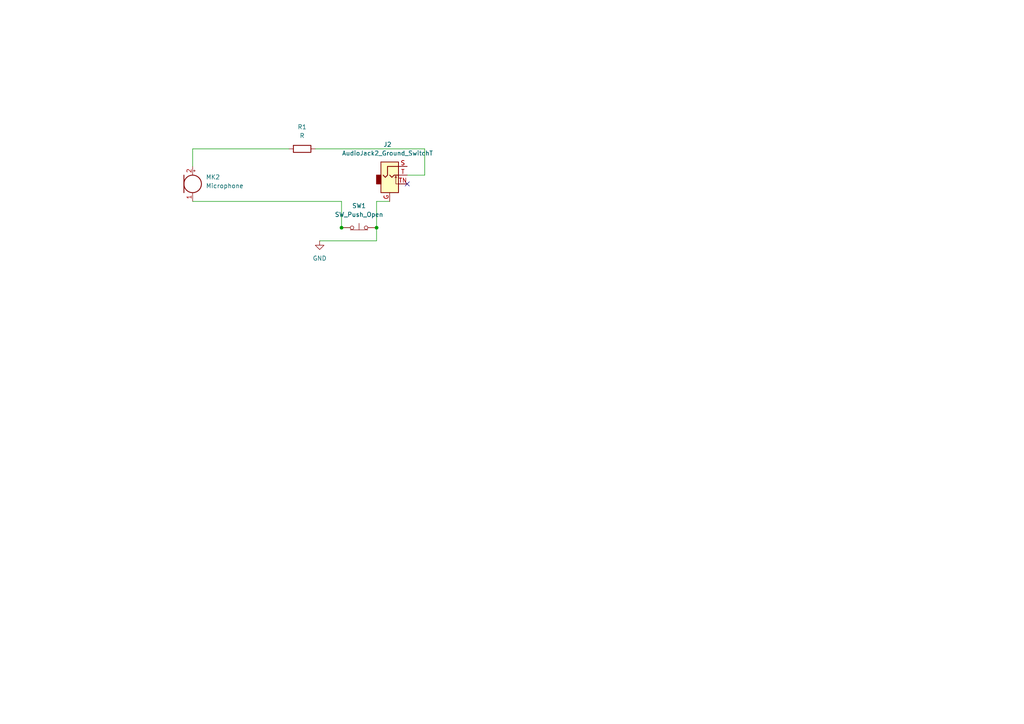
<source format=kicad_sch>
(kicad_sch
	(version 20250114)
	(generator "eeschema")
	(generator_version "9.0")
	(uuid "edb1cf62-58bf-46af-b090-0afa95519227")
	(paper "A4")
	(lib_symbols
		(symbol "Connector_Audio:AudioJack2_Ground_SwitchT"
			(exclude_from_sim no)
			(in_bom yes)
			(on_board yes)
			(property "Reference" "J"
				(at 0 8.89 0)
				(effects
					(font
						(size 1.27 1.27)
					)
				)
			)
			(property "Value" "AudioJack2_Ground_SwitchT"
				(at 0 6.35 0)
				(effects
					(font
						(size 1.27 1.27)
					)
				)
			)
			(property "Footprint" ""
				(at 0 0 0)
				(effects
					(font
						(size 1.27 1.27)
					)
					(hide yes)
				)
			)
			(property "Datasheet" "~"
				(at 0 0 0)
				(effects
					(font
						(size 1.27 1.27)
					)
					(hide yes)
				)
			)
			(property "Description" "Audio Jack, 2 Poles (Mono / TS), Grounded Sleeve, Switched T Pole (Normalling)"
				(at 0 0 0)
				(effects
					(font
						(size 1.27 1.27)
					)
					(hide yes)
				)
			)
			(property "ki_keywords" "audio jack receptacle mono headphones phone TS connector"
				(at 0 0 0)
				(effects
					(font
						(size 1.27 1.27)
					)
					(hide yes)
				)
			)
			(property "ki_fp_filters" "Jack*"
				(at 0 0 0)
				(effects
					(font
						(size 1.27 1.27)
					)
					(hide yes)
				)
			)
			(symbol "AudioJack2_Ground_SwitchT_0_1"
				(rectangle
					(start -2.54 0)
					(end -3.81 -2.54)
					(stroke
						(width 0.254)
						(type default)
					)
					(fill
						(type outline)
					)
				)
				(polyline
					(pts
						(xy 0 0) (xy 0.635 -0.635) (xy 1.27 0) (xy 2.54 0)
					)
					(stroke
						(width 0.254)
						(type default)
					)
					(fill
						(type none)
					)
				)
				(polyline
					(pts
						(xy 1.778 -0.254) (xy 2.032 -0.762)
					)
					(stroke
						(width 0)
						(type default)
					)
					(fill
						(type none)
					)
				)
				(rectangle
					(start 2.54 3.81)
					(end -2.54 -5.08)
					(stroke
						(width 0.254)
						(type default)
					)
					(fill
						(type background)
					)
				)
				(polyline
					(pts
						(xy 2.54 2.54) (xy -0.635 2.54) (xy -0.635 0) (xy -1.27 -0.635) (xy -1.905 0)
					)
					(stroke
						(width 0.254)
						(type default)
					)
					(fill
						(type none)
					)
				)
				(polyline
					(pts
						(xy 2.54 -2.54) (xy 1.778 -2.54) (xy 1.778 -0.254) (xy 1.524 -0.762)
					)
					(stroke
						(width 0)
						(type default)
					)
					(fill
						(type none)
					)
				)
			)
			(symbol "AudioJack2_Ground_SwitchT_1_1"
				(pin passive line
					(at 0 -7.62 90)
					(length 2.54)
					(name "~"
						(effects
							(font
								(size 1.27 1.27)
							)
						)
					)
					(number "G"
						(effects
							(font
								(size 1.27 1.27)
							)
						)
					)
				)
				(pin passive line
					(at 5.08 2.54 180)
					(length 2.54)
					(name "~"
						(effects
							(font
								(size 1.27 1.27)
							)
						)
					)
					(number "S"
						(effects
							(font
								(size 1.27 1.27)
							)
						)
					)
				)
				(pin passive line
					(at 5.08 0 180)
					(length 2.54)
					(name "~"
						(effects
							(font
								(size 1.27 1.27)
							)
						)
					)
					(number "T"
						(effects
							(font
								(size 1.27 1.27)
							)
						)
					)
				)
				(pin passive line
					(at 5.08 -2.54 180)
					(length 2.54)
					(name "~"
						(effects
							(font
								(size 1.27 1.27)
							)
						)
					)
					(number "TN"
						(effects
							(font
								(size 1.27 1.27)
							)
						)
					)
				)
			)
			(embedded_fonts no)
		)
		(symbol "Device:Microphone"
			(pin_names
				(offset 0.0254)
				(hide yes)
			)
			(exclude_from_sim no)
			(in_bom yes)
			(on_board yes)
			(property "Reference" "MK"
				(at -3.81 1.27 0)
				(effects
					(font
						(size 1.27 1.27)
					)
					(justify right)
				)
			)
			(property "Value" "Microphone"
				(at -3.81 -0.635 0)
				(effects
					(font
						(size 1.27 1.27)
					)
					(justify right)
				)
			)
			(property "Footprint" ""
				(at 0 2.54 90)
				(effects
					(font
						(size 1.27 1.27)
					)
					(hide yes)
				)
			)
			(property "Datasheet" "~"
				(at 0 2.54 90)
				(effects
					(font
						(size 1.27 1.27)
					)
					(hide yes)
				)
			)
			(property "Description" "Microphone"
				(at 0 0 0)
				(effects
					(font
						(size 1.27 1.27)
					)
					(hide yes)
				)
			)
			(property "ki_keywords" "microphone"
				(at 0 0 0)
				(effects
					(font
						(size 1.27 1.27)
					)
					(hide yes)
				)
			)
			(symbol "Microphone_0_1"
				(polyline
					(pts
						(xy -2.54 2.54) (xy -2.54 -2.54)
					)
					(stroke
						(width 0.254)
						(type default)
					)
					(fill
						(type none)
					)
				)
				(circle
					(center 0 0)
					(radius 2.54)
					(stroke
						(width 0.254)
						(type default)
					)
					(fill
						(type none)
					)
				)
				(polyline
					(pts
						(xy 0.254 3.81) (xy 0.762 3.81)
					)
					(stroke
						(width 0)
						(type default)
					)
					(fill
						(type none)
					)
				)
				(polyline
					(pts
						(xy 0.508 4.064) (xy 0.508 3.556)
					)
					(stroke
						(width 0)
						(type default)
					)
					(fill
						(type none)
					)
				)
			)
			(symbol "Microphone_1_1"
				(pin passive line
					(at 0 5.08 270)
					(length 2.54)
					(name "+"
						(effects
							(font
								(size 1.27 1.27)
							)
						)
					)
					(number "2"
						(effects
							(font
								(size 1.27 1.27)
							)
						)
					)
				)
				(pin passive line
					(at 0 -5.08 90)
					(length 2.54)
					(name "-"
						(effects
							(font
								(size 1.27 1.27)
							)
						)
					)
					(number "1"
						(effects
							(font
								(size 1.27 1.27)
							)
						)
					)
				)
			)
			(embedded_fonts no)
		)
		(symbol "Device:R"
			(pin_numbers
				(hide yes)
			)
			(pin_names
				(offset 0)
			)
			(exclude_from_sim no)
			(in_bom yes)
			(on_board yes)
			(property "Reference" "R"
				(at 2.032 0 90)
				(effects
					(font
						(size 1.27 1.27)
					)
				)
			)
			(property "Value" "R"
				(at 0 0 90)
				(effects
					(font
						(size 1.27 1.27)
					)
				)
			)
			(property "Footprint" ""
				(at -1.778 0 90)
				(effects
					(font
						(size 1.27 1.27)
					)
					(hide yes)
				)
			)
			(property "Datasheet" "~"
				(at 0 0 0)
				(effects
					(font
						(size 1.27 1.27)
					)
					(hide yes)
				)
			)
			(property "Description" "Resistor"
				(at 0 0 0)
				(effects
					(font
						(size 1.27 1.27)
					)
					(hide yes)
				)
			)
			(property "ki_keywords" "R res resistor"
				(at 0 0 0)
				(effects
					(font
						(size 1.27 1.27)
					)
					(hide yes)
				)
			)
			(property "ki_fp_filters" "R_*"
				(at 0 0 0)
				(effects
					(font
						(size 1.27 1.27)
					)
					(hide yes)
				)
			)
			(symbol "R_0_1"
				(rectangle
					(start -1.016 -2.54)
					(end 1.016 2.54)
					(stroke
						(width 0.254)
						(type default)
					)
					(fill
						(type none)
					)
				)
			)
			(symbol "R_1_1"
				(pin passive line
					(at 0 3.81 270)
					(length 1.27)
					(name "~"
						(effects
							(font
								(size 1.27 1.27)
							)
						)
					)
					(number "1"
						(effects
							(font
								(size 1.27 1.27)
							)
						)
					)
				)
				(pin passive line
					(at 0 -3.81 90)
					(length 1.27)
					(name "~"
						(effects
							(font
								(size 1.27 1.27)
							)
						)
					)
					(number "2"
						(effects
							(font
								(size 1.27 1.27)
							)
						)
					)
				)
			)
			(embedded_fonts no)
		)
		(symbol "Switch:SW_Push_Open"
			(pin_numbers
				(hide yes)
			)
			(pin_names
				(offset 1.016)
				(hide yes)
			)
			(exclude_from_sim no)
			(in_bom yes)
			(on_board yes)
			(property "Reference" "SW"
				(at 0 2.54 0)
				(effects
					(font
						(size 1.27 1.27)
					)
				)
			)
			(property "Value" "SW_Push_Open"
				(at 0 -1.905 0)
				(effects
					(font
						(size 1.27 1.27)
					)
				)
			)
			(property "Footprint" ""
				(at 0 5.08 0)
				(effects
					(font
						(size 1.27 1.27)
					)
					(hide yes)
				)
			)
			(property "Datasheet" "~"
				(at 0 5.08 0)
				(effects
					(font
						(size 1.27 1.27)
					)
					(hide yes)
				)
			)
			(property "Description" "Push button switch, push-to-open, generic, two pins"
				(at 0 0 0)
				(effects
					(font
						(size 1.27 1.27)
					)
					(hide yes)
				)
			)
			(property "ki_keywords" "switch normally-closed pushbutton push-button"
				(at 0 0 0)
				(effects
					(font
						(size 1.27 1.27)
					)
					(hide yes)
				)
			)
			(symbol "SW_Push_Open_0_1"
				(polyline
					(pts
						(xy -2.54 -0.635) (xy 2.54 -0.635)
					)
					(stroke
						(width 0)
						(type default)
					)
					(fill
						(type none)
					)
				)
				(circle
					(center -2.032 0)
					(radius 0.508)
					(stroke
						(width 0)
						(type default)
					)
					(fill
						(type none)
					)
				)
				(polyline
					(pts
						(xy 0 -0.635) (xy 0 1.27)
					)
					(stroke
						(width 0)
						(type default)
					)
					(fill
						(type none)
					)
				)
				(circle
					(center 2.032 0)
					(radius 0.508)
					(stroke
						(width 0)
						(type default)
					)
					(fill
						(type none)
					)
				)
				(pin passive line
					(at -5.08 0 0)
					(length 2.54)
					(name "A"
						(effects
							(font
								(size 1.27 1.27)
							)
						)
					)
					(number "1"
						(effects
							(font
								(size 1.27 1.27)
							)
						)
					)
				)
			)
			(symbol "SW_Push_Open_1_1"
				(pin passive line
					(at 5.08 0 180)
					(length 2.54)
					(name "B"
						(effects
							(font
								(size 1.27 1.27)
							)
						)
					)
					(number "2"
						(effects
							(font
								(size 1.27 1.27)
							)
						)
					)
				)
			)
			(embedded_fonts no)
		)
		(symbol "power:GND"
			(power)
			(pin_numbers
				(hide yes)
			)
			(pin_names
				(offset 0)
				(hide yes)
			)
			(exclude_from_sim no)
			(in_bom yes)
			(on_board yes)
			(property "Reference" "#PWR"
				(at 0 -6.35 0)
				(effects
					(font
						(size 1.27 1.27)
					)
					(hide yes)
				)
			)
			(property "Value" "GND"
				(at 0 -3.81 0)
				(effects
					(font
						(size 1.27 1.27)
					)
				)
			)
			(property "Footprint" ""
				(at 0 0 0)
				(effects
					(font
						(size 1.27 1.27)
					)
					(hide yes)
				)
			)
			(property "Datasheet" ""
				(at 0 0 0)
				(effects
					(font
						(size 1.27 1.27)
					)
					(hide yes)
				)
			)
			(property "Description" "Power symbol creates a global label with name \"GND\" , ground"
				(at 0 0 0)
				(effects
					(font
						(size 1.27 1.27)
					)
					(hide yes)
				)
			)
			(property "ki_keywords" "global power"
				(at 0 0 0)
				(effects
					(font
						(size 1.27 1.27)
					)
					(hide yes)
				)
			)
			(symbol "GND_0_1"
				(polyline
					(pts
						(xy 0 0) (xy 0 -1.27) (xy 1.27 -1.27) (xy 0 -2.54) (xy -1.27 -1.27) (xy 0 -1.27)
					)
					(stroke
						(width 0)
						(type default)
					)
					(fill
						(type none)
					)
				)
			)
			(symbol "GND_1_1"
				(pin power_in line
					(at 0 0 270)
					(length 0)
					(name "~"
						(effects
							(font
								(size 1.27 1.27)
							)
						)
					)
					(number "1"
						(effects
							(font
								(size 1.27 1.27)
							)
						)
					)
				)
			)
			(embedded_fonts no)
		)
	)
	(junction
		(at 99.06 66.04)
		(diameter 0)
		(color 0 0 0 0)
		(uuid "33aa0ab5-8275-4144-8ab4-1a454a668d81")
	)
	(junction
		(at 109.22 66.04)
		(diameter 0)
		(color 0 0 0 0)
		(uuid "ab02705a-10b2-4866-b80f-fccbb544f383")
	)
	(no_connect
		(at 118.11 53.34)
		(uuid "4cf75980-7bde-4364-92f2-5bb2bc459ddc")
	)
	(wire
		(pts
			(xy 99.06 58.42) (xy 99.06 66.04)
		)
		(stroke
			(width 0)
			(type default)
		)
		(uuid "0bd7d9f5-3a09-4bee-8f04-d8b1f4534f9e")
	)
	(wire
		(pts
			(xy 83.82 43.18) (xy 55.88 43.18)
		)
		(stroke
			(width 0)
			(type default)
		)
		(uuid "253844f3-e7c2-4136-b083-66ae021e1056")
	)
	(wire
		(pts
			(xy 55.88 43.18) (xy 55.88 48.26)
		)
		(stroke
			(width 0)
			(type default)
		)
		(uuid "66e89054-0c42-49e1-859c-d5813ded7f98")
	)
	(wire
		(pts
			(xy 113.03 58.42) (xy 109.22 58.42)
		)
		(stroke
			(width 0)
			(type default)
		)
		(uuid "7c17bcf7-9269-4f93-82ec-f95c77f2cf49")
	)
	(wire
		(pts
			(xy 123.19 50.8) (xy 123.19 43.18)
		)
		(stroke
			(width 0)
			(type default)
		)
		(uuid "7cfe960f-a1eb-48da-944e-101ed7b6fae2")
	)
	(wire
		(pts
			(xy 55.88 58.42) (xy 99.06 58.42)
		)
		(stroke
			(width 0)
			(type default)
		)
		(uuid "8503cde7-df5f-4c46-8a2d-2a8c5dab770c")
	)
	(wire
		(pts
			(xy 118.11 50.8) (xy 123.19 50.8)
		)
		(stroke
			(width 0)
			(type default)
		)
		(uuid "9c3593c1-13a3-4e78-87b1-69cb736960b5")
	)
	(wire
		(pts
			(xy 91.44 43.18) (xy 123.19 43.18)
		)
		(stroke
			(width 0)
			(type default)
		)
		(uuid "d385f626-e646-4f72-ad79-55085e6e9b05")
	)
	(wire
		(pts
			(xy 109.22 58.42) (xy 109.22 66.04)
		)
		(stroke
			(width 0)
			(type default)
		)
		(uuid "deb9cebb-8ed0-40f4-8fa8-6b2b80b521e1")
	)
	(wire
		(pts
			(xy 101.6 66.04) (xy 99.06 66.04)
		)
		(stroke
			(width 0)
			(type default)
		)
		(uuid "e9ea2f2a-8484-4f1b-998e-d8fc302c6fdf")
	)
	(wire
		(pts
			(xy 109.22 69.85) (xy 92.71 69.85)
		)
		(stroke
			(width 0)
			(type default)
		)
		(uuid "f0515145-af29-4001-b2f7-5a9fb1620712")
	)
	(wire
		(pts
			(xy 109.22 66.04) (xy 109.22 69.85)
		)
		(stroke
			(width 0)
			(type default)
		)
		(uuid "f11200cf-dd45-4266-99d7-a30aa9ebf579")
	)
	(symbol
		(lib_id "Device:Microphone")
		(at 55.88 53.34 0)
		(unit 1)
		(exclude_from_sim no)
		(in_bom yes)
		(on_board yes)
		(dnp no)
		(fields_autoplaced yes)
		(uuid "777101bc-f17e-4e7f-bb14-b1f6d858baf4")
		(property "Reference" "MK2"
			(at 59.69 51.3714 0)
			(effects
				(font
					(size 1.27 1.27)
				)
				(justify left)
			)
		)
		(property "Value" "Microphone"
			(at 59.69 53.9114 0)
			(effects
				(font
					(size 1.27 1.27)
				)
				(justify left)
			)
		)
		(property "Footprint" ""
			(at 55.88 50.8 90)
			(effects
				(font
					(size 1.27 1.27)
				)
				(hide yes)
			)
		)
		(property "Datasheet" "~"
			(at 55.88 50.8 90)
			(effects
				(font
					(size 1.27 1.27)
				)
				(hide yes)
			)
		)
		(property "Description" "Microphone"
			(at 55.88 53.34 0)
			(effects
				(font
					(size 1.27 1.27)
				)
				(hide yes)
			)
		)
		(pin "1"
			(uuid "8794ab1c-6874-4d49-9a31-e7b30ae22ea3")
		)
		(pin "2"
			(uuid "f7859eec-a906-4266-b8ae-5d7c9e0b984b")
		)
		(instances
			(project ""
				(path "/edb1cf62-58bf-46af-b090-0afa95519227"
					(reference "MK2")
					(unit 1)
				)
			)
		)
	)
	(symbol
		(lib_id "Connector_Audio:AudioJack2_Ground_SwitchT")
		(at 113.03 50.8 0)
		(unit 1)
		(exclude_from_sim no)
		(in_bom yes)
		(on_board yes)
		(dnp no)
		(fields_autoplaced yes)
		(uuid "b6935202-5316-4bdd-8053-193773d53933")
		(property "Reference" "J2"
			(at 112.395 41.91 0)
			(effects
				(font
					(size 1.27 1.27)
				)
			)
		)
		(property "Value" "AudioJack2_Ground_SwitchT"
			(at 112.395 44.45 0)
			(effects
				(font
					(size 1.27 1.27)
				)
			)
		)
		(property "Footprint" ""
			(at 113.03 50.8 0)
			(effects
				(font
					(size 1.27 1.27)
				)
				(hide yes)
			)
		)
		(property "Datasheet" "~"
			(at 113.03 50.8 0)
			(effects
				(font
					(size 1.27 1.27)
				)
				(hide yes)
			)
		)
		(property "Description" "Audio Jack, 2 Poles (Mono / TS), Grounded Sleeve, Switched T Pole (Normalling)"
			(at 113.03 50.8 0)
			(effects
				(font
					(size 1.27 1.27)
				)
				(hide yes)
			)
		)
		(pin "TN"
			(uuid "ef3ad586-f945-4e80-b119-c1dd2e53b28b")
		)
		(pin "G"
			(uuid "70880104-25d3-41df-bddb-4f8adcd0b3a9")
		)
		(pin "S"
			(uuid "a2aeff85-10cf-4bf2-91cb-a9bba7ddf659")
		)
		(pin "T"
			(uuid "ade9a091-54c0-452d-b3a3-02e2335d7ee6")
		)
		(instances
			(project ""
				(path "/edb1cf62-58bf-46af-b090-0afa95519227"
					(reference "J2")
					(unit 1)
				)
			)
		)
	)
	(symbol
		(lib_id "Switch:SW_Push_Open")
		(at 104.14 66.04 0)
		(unit 1)
		(exclude_from_sim no)
		(in_bom yes)
		(on_board yes)
		(dnp no)
		(fields_autoplaced yes)
		(uuid "c7c334c8-3915-4630-b0b1-cd2ce8c3b3c3")
		(property "Reference" "SW1"
			(at 104.14 59.69 0)
			(effects
				(font
					(size 1.27 1.27)
				)
			)
		)
		(property "Value" "SW_Push_Open"
			(at 104.14 62.23 0)
			(effects
				(font
					(size 1.27 1.27)
				)
			)
		)
		(property "Footprint" ""
			(at 104.14 60.96 0)
			(effects
				(font
					(size 1.27 1.27)
				)
				(hide yes)
			)
		)
		(property "Datasheet" "~"
			(at 104.14 60.96 0)
			(effects
				(font
					(size 1.27 1.27)
				)
				(hide yes)
			)
		)
		(property "Description" "Push button switch, push-to-open, generic, two pins"
			(at 104.14 66.04 0)
			(effects
				(font
					(size 1.27 1.27)
				)
				(hide yes)
			)
		)
		(pin "1"
			(uuid "d0405cc3-d311-440e-8706-2d5957e1f9e7")
		)
		(pin "2"
			(uuid "fdc775ae-17f1-45b0-8440-6342dda217ea")
		)
		(instances
			(project ""
				(path "/edb1cf62-58bf-46af-b090-0afa95519227"
					(reference "SW1")
					(unit 1)
				)
			)
		)
	)
	(symbol
		(lib_id "power:GND")
		(at 92.71 69.85 0)
		(unit 1)
		(exclude_from_sim no)
		(in_bom yes)
		(on_board yes)
		(dnp no)
		(fields_autoplaced yes)
		(uuid "eca01e87-e59a-4e86-ad40-6e968efb39f9")
		(property "Reference" "#PWR03"
			(at 92.71 76.2 0)
			(effects
				(font
					(size 1.27 1.27)
				)
				(hide yes)
			)
		)
		(property "Value" "GND"
			(at 92.71 74.93 0)
			(effects
				(font
					(size 1.27 1.27)
				)
			)
		)
		(property "Footprint" ""
			(at 92.71 69.85 0)
			(effects
				(font
					(size 1.27 1.27)
				)
				(hide yes)
			)
		)
		(property "Datasheet" ""
			(at 92.71 69.85 0)
			(effects
				(font
					(size 1.27 1.27)
				)
				(hide yes)
			)
		)
		(property "Description" "Power symbol creates a global label with name \"GND\" , ground"
			(at 92.71 69.85 0)
			(effects
				(font
					(size 1.27 1.27)
				)
				(hide yes)
			)
		)
		(pin "1"
			(uuid "cf3861d0-bebc-4eef-8e92-fbf300cde299")
		)
		(instances
			(project ""
				(path "/edb1cf62-58bf-46af-b090-0afa95519227"
					(reference "#PWR03")
					(unit 1)
				)
			)
		)
	)
	(symbol
		(lib_id "Device:R")
		(at 87.63 43.18 90)
		(unit 1)
		(exclude_from_sim no)
		(in_bom yes)
		(on_board yes)
		(dnp no)
		(fields_autoplaced yes)
		(uuid "ff312b96-eb35-42e3-a319-6970a4897f27")
		(property "Reference" "R1"
			(at 87.63 36.83 90)
			(effects
				(font
					(size 1.27 1.27)
				)
			)
		)
		(property "Value" "R"
			(at 87.63 39.37 90)
			(effects
				(font
					(size 1.27 1.27)
				)
			)
		)
		(property "Footprint" ""
			(at 87.63 44.958 90)
			(effects
				(font
					(size 1.27 1.27)
				)
				(hide yes)
			)
		)
		(property "Datasheet" "~"
			(at 87.63 43.18 0)
			(effects
				(font
					(size 1.27 1.27)
				)
				(hide yes)
			)
		)
		(property "Description" "Resistor"
			(at 87.63 43.18 0)
			(effects
				(font
					(size 1.27 1.27)
				)
				(hide yes)
			)
		)
		(pin "1"
			(uuid "e463f08b-6476-4fc2-a209-9a67ab852c01")
		)
		(pin "2"
			(uuid "9b05646b-a279-4eb4-9a25-6ffc71cfea2b")
		)
		(instances
			(project ""
				(path "/edb1cf62-58bf-46af-b090-0afa95519227"
					(reference "R1")
					(unit 1)
				)
			)
		)
	)
	(sheet_instances
		(path "/"
			(page "1")
		)
	)
	(embedded_fonts no)
)

</source>
